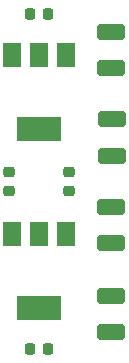
<source format=gbr>
%TF.GenerationSoftware,KiCad,Pcbnew,8.0.4*%
%TF.CreationDate,2024-12-12T17:07:26+08:00*%
%TF.ProjectId,esp01s-power-board,65737030-3173-42d7-906f-7765722d626f,rev?*%
%TF.SameCoordinates,Original*%
%TF.FileFunction,Paste,Top*%
%TF.FilePolarity,Positive*%
%FSLAX46Y46*%
G04 Gerber Fmt 4.6, Leading zero omitted, Abs format (unit mm)*
G04 Created by KiCad (PCBNEW 8.0.4) date 2024-12-12 17:07:26*
%MOMM*%
%LPD*%
G01*
G04 APERTURE LIST*
G04 Aperture macros list*
%AMRoundRect*
0 Rectangle with rounded corners*
0 $1 Rounding radius*
0 $2 $3 $4 $5 $6 $7 $8 $9 X,Y pos of 4 corners*
0 Add a 4 corners polygon primitive as box body*
4,1,4,$2,$3,$4,$5,$6,$7,$8,$9,$2,$3,0*
0 Add four circle primitives for the rounded corners*
1,1,$1+$1,$2,$3*
1,1,$1+$1,$4,$5*
1,1,$1+$1,$6,$7*
1,1,$1+$1,$8,$9*
0 Add four rect primitives between the rounded corners*
20,1,$1+$1,$2,$3,$4,$5,0*
20,1,$1+$1,$4,$5,$6,$7,0*
20,1,$1+$1,$6,$7,$8,$9,0*
20,1,$1+$1,$8,$9,$2,$3,0*%
G04 Aperture macros list end*
%ADD10R,1.500000X2.000000*%
%ADD11R,3.800000X2.000000*%
%ADD12RoundRect,0.225000X0.250000X-0.225000X0.250000X0.225000X-0.250000X0.225000X-0.250000X-0.225000X0*%
%ADD13RoundRect,0.250000X-0.925000X0.412500X-0.925000X-0.412500X0.925000X-0.412500X0.925000X0.412500X0*%
%ADD14RoundRect,0.250000X0.925000X-0.412500X0.925000X0.412500X-0.925000X0.412500X-0.925000X-0.412500X0*%
%ADD15RoundRect,0.225000X-0.225000X-0.250000X0.225000X-0.250000X0.225000X0.250000X-0.225000X0.250000X0*%
%ADD16RoundRect,0.225000X-0.250000X0.225000X-0.250000X-0.225000X0.250000X-0.225000X0.250000X0.225000X0*%
%ADD17RoundRect,0.225000X0.225000X0.250000X-0.225000X0.250000X-0.225000X-0.250000X0.225000X-0.250000X0*%
G04 APERTURE END LIST*
D10*
%TO.C,U2*%
X68340000Y-69194935D03*
X66040000Y-69194935D03*
D11*
X66040000Y-75494935D03*
D10*
X63740000Y-69194935D03*
%TD*%
%TO.C,U3*%
X68340000Y-54045063D03*
X66040000Y-54045063D03*
D11*
X66040000Y-60345063D03*
D10*
X63740000Y-54045063D03*
%TD*%
D12*
%TO.C,C2*%
X63500000Y-65544999D03*
X63500000Y-63994999D03*
%TD*%
D13*
%TO.C,C1*%
X72128525Y-66933200D03*
X72128525Y-70008200D03*
%TD*%
D14*
%TO.C,C4*%
X72122500Y-77499601D03*
X72122500Y-74424601D03*
%TD*%
%TO.C,C8*%
X72210100Y-62561800D03*
X72210100Y-59486800D03*
%TD*%
D15*
%TO.C,C6*%
X65265000Y-50620127D03*
X66815000Y-50620127D03*
%TD*%
D16*
%TO.C,C7*%
X68580000Y-63994999D03*
X68580000Y-65544999D03*
%TD*%
D17*
%TO.C,C3*%
X66810177Y-78919873D03*
X65260177Y-78919873D03*
%TD*%
D13*
%TO.C,C5*%
X72128525Y-52085400D03*
X72128525Y-55160400D03*
%TD*%
M02*

</source>
